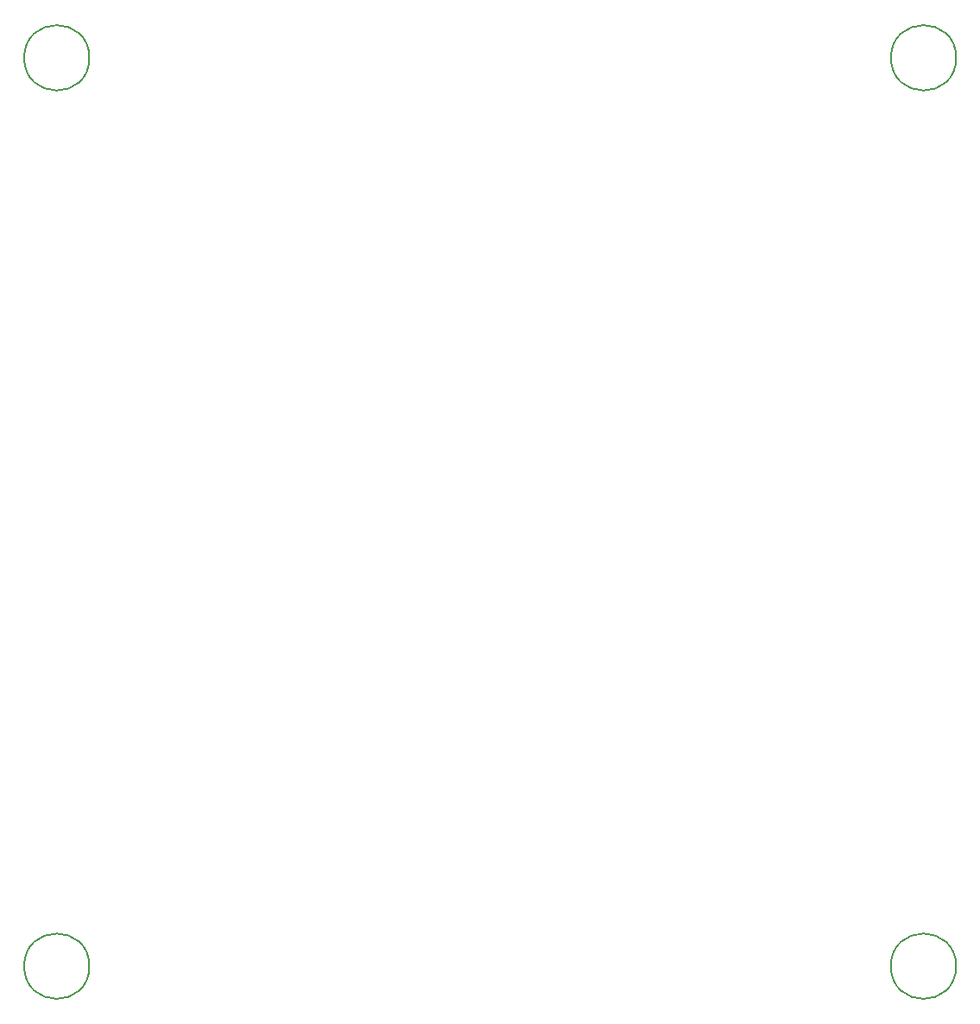
<source format=gbr>
%TF.GenerationSoftware,KiCad,Pcbnew,8.0.0*%
%TF.CreationDate,2024-03-11T16:40:43+11:00*%
%TF.ProjectId,split-flap,73706c69-742d-4666-9c61-702e6b696361,rev?*%
%TF.SameCoordinates,Original*%
%TF.FileFunction,Other,Comment*%
%FSLAX46Y46*%
G04 Gerber Fmt 4.6, Leading zero omitted, Abs format (unit mm)*
G04 Created by KiCad (PCBNEW 8.0.0) date 2024-03-11 16:40:43*
%MOMM*%
%LPD*%
G01*
G04 APERTURE LIST*
%ADD10C,0.150000*%
G04 APERTURE END LIST*
D10*
%TO.C,REF1*%
X118115000Y-35500000D02*
G75*
G02*
X111715000Y-35500000I-3200000J0D01*
G01*
X111715000Y-35500000D02*
G75*
G02*
X118115000Y-35500000I3200000J0D01*
G01*
%TO.C,REF3*%
X118115000Y-124500000D02*
G75*
G02*
X111715000Y-124500000I-3200000J0D01*
G01*
X111715000Y-124500000D02*
G75*
G02*
X118115000Y-124500000I3200000J0D01*
G01*
%TO.C,REF4*%
X203105000Y-124500000D02*
G75*
G02*
X196705000Y-124500000I-3200000J0D01*
G01*
X196705000Y-124500000D02*
G75*
G02*
X203105000Y-124500000I3200000J0D01*
G01*
%TO.C,REF2*%
X203115000Y-35500000D02*
G75*
G02*
X196715000Y-35500000I-3200000J0D01*
G01*
X196715000Y-35500000D02*
G75*
G02*
X203115000Y-35500000I3200000J0D01*
G01*
%TD*%
M02*

</source>
